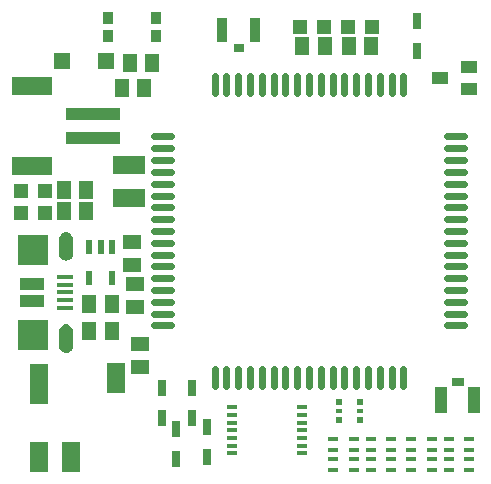
<source format=gbr>
G04 EAGLE Gerber RS-274X export*
G75*
%MOMM*%
%FSLAX34Y34*%
%LPD*%
%INSolderpaste Top*%
%IPPOS*%
%AMOC8*
5,1,8,0,0,1.08239X$1,22.5*%
G01*
%ADD10R,0.550000X1.200000*%
%ADD11R,1.200000X1.200000*%
%ADD12R,1.300000X1.500000*%
%ADD13R,4.600000X1.000000*%
%ADD14R,3.400000X1.600000*%
%ADD15R,1.500000X1.300000*%
%ADD16R,1.350000X0.400000*%
%ADD17R,2.000000X1.000000*%
%ADD18R,2.500000X2.500000*%
%ADD19R,0.900000X1.000000*%
%ADD20R,1.400000X1.400000*%
%ADD21R,2.700000X1.600000*%
%ADD22R,0.500000X0.500000*%
%ADD23R,0.500000X0.400000*%
%ADD24R,0.800000X1.350000*%
%ADD25R,1.400000X1.000000*%
%ADD26R,0.900000X0.350000*%
%ADD27R,1.500000X2.500000*%
%ADD28R,1.500000X3.400000*%
%ADD29R,0.965200X0.762000*%
%ADD30R,0.812800X2.133600*%
%ADD31C,0.600000*%
%ADD32R,1.050000X2.200000*%
%ADD33R,1.000000X0.800000*%
%ADD34R,0.900000X0.450000*%

G36*
X52278Y227533D02*
X52278Y227533D01*
X53552Y227733D01*
X53599Y227750D01*
X53689Y227771D01*
X54885Y228249D01*
X54928Y228276D01*
X55011Y228316D01*
X56071Y229048D01*
X56107Y229084D01*
X56178Y229142D01*
X57049Y230092D01*
X57076Y230134D01*
X57133Y230207D01*
X57770Y231327D01*
X57787Y231374D01*
X57826Y231457D01*
X58199Y232691D01*
X58204Y232741D01*
X58224Y232831D01*
X58313Y234116D01*
X58311Y234136D01*
X58314Y234160D01*
X58314Y245160D01*
X58312Y245175D01*
X58313Y245195D01*
X58252Y246321D01*
X58241Y246368D01*
X58233Y246444D01*
X57952Y247537D01*
X57932Y247581D01*
X57910Y247654D01*
X57422Y248671D01*
X57394Y248710D01*
X57357Y248777D01*
X56680Y249680D01*
X56645Y249713D01*
X56596Y249771D01*
X55756Y250524D01*
X55715Y250550D01*
X55655Y250598D01*
X54684Y251172D01*
X54639Y251189D01*
X54572Y251225D01*
X53507Y251599D01*
X53460Y251607D01*
X53387Y251629D01*
X52270Y251788D01*
X52242Y251787D01*
X52090Y251788D01*
X50974Y251629D01*
X50928Y251614D01*
X50853Y251599D01*
X49788Y251225D01*
X49746Y251201D01*
X49676Y251172D01*
X48705Y250598D01*
X48668Y250566D01*
X48604Y250524D01*
X47764Y249771D01*
X47735Y249734D01*
X47680Y249680D01*
X47003Y248777D01*
X46981Y248734D01*
X46938Y248671D01*
X46450Y247654D01*
X46437Y247607D01*
X46408Y247537D01*
X46127Y246444D01*
X46124Y246396D01*
X46108Y246321D01*
X46047Y245195D01*
X46049Y245179D01*
X46046Y245160D01*
X46046Y234160D01*
X46049Y234145D01*
X46047Y234125D01*
X46108Y232999D01*
X46120Y232952D01*
X46127Y232876D01*
X46408Y231783D01*
X46428Y231739D01*
X46450Y231666D01*
X46938Y230649D01*
X46967Y230610D01*
X47003Y230543D01*
X47680Y229640D01*
X47715Y229607D01*
X47764Y229549D01*
X48604Y228796D01*
X48645Y228770D01*
X48705Y228722D01*
X49676Y228148D01*
X49721Y228131D01*
X49788Y228095D01*
X50853Y227721D01*
X50900Y227713D01*
X50974Y227691D01*
X52090Y227532D01*
X52091Y227532D01*
X52278Y227533D01*
G37*
G36*
X52278Y149533D02*
X52278Y149533D01*
X53552Y149733D01*
X53599Y149750D01*
X53689Y149771D01*
X54885Y150249D01*
X54928Y150276D01*
X55011Y150316D01*
X56071Y151048D01*
X56107Y151084D01*
X56178Y151142D01*
X57049Y152092D01*
X57076Y152134D01*
X57133Y152207D01*
X57770Y153327D01*
X57787Y153374D01*
X57826Y153457D01*
X58199Y154691D01*
X58204Y154741D01*
X58224Y154831D01*
X58313Y156116D01*
X58311Y156136D01*
X58314Y156160D01*
X58314Y167160D01*
X58312Y167175D01*
X58313Y167195D01*
X58252Y168321D01*
X58241Y168368D01*
X58233Y168444D01*
X57952Y169537D01*
X57932Y169581D01*
X57910Y169654D01*
X57422Y170671D01*
X57394Y170710D01*
X57357Y170777D01*
X56680Y171680D01*
X56645Y171713D01*
X56596Y171771D01*
X55756Y172524D01*
X55715Y172550D01*
X55655Y172598D01*
X54684Y173172D01*
X54639Y173189D01*
X54572Y173225D01*
X53507Y173599D01*
X53460Y173607D01*
X53387Y173629D01*
X52270Y173788D01*
X52242Y173787D01*
X52090Y173788D01*
X50974Y173629D01*
X50928Y173614D01*
X50853Y173599D01*
X49788Y173225D01*
X49746Y173201D01*
X49676Y173172D01*
X48705Y172598D01*
X48668Y172566D01*
X48604Y172524D01*
X47764Y171771D01*
X47735Y171734D01*
X47680Y171680D01*
X47003Y170777D01*
X46981Y170734D01*
X46938Y170671D01*
X46450Y169654D01*
X46437Y169607D01*
X46408Y169537D01*
X46127Y168444D01*
X46124Y168396D01*
X46108Y168321D01*
X46047Y167195D01*
X46049Y167179D01*
X46046Y167160D01*
X46046Y156160D01*
X46049Y156145D01*
X46047Y156125D01*
X46108Y154999D01*
X46120Y154952D01*
X46127Y154876D01*
X46408Y153783D01*
X46428Y153739D01*
X46450Y153666D01*
X46938Y152649D01*
X46967Y152610D01*
X47003Y152543D01*
X47680Y151640D01*
X47715Y151607D01*
X47764Y151549D01*
X48604Y150796D01*
X48645Y150770D01*
X48705Y150722D01*
X49676Y150148D01*
X49721Y150131D01*
X49788Y150095D01*
X50853Y149721D01*
X50900Y149713D01*
X50974Y149691D01*
X52090Y149532D01*
X52091Y149532D01*
X52278Y149533D01*
G37*
D10*
X90780Y239061D03*
X81280Y239061D03*
X71780Y239061D03*
X71780Y213059D03*
X90780Y213059D03*
D11*
X34640Y268080D03*
X13640Y268080D03*
X13690Y286560D03*
X34690Y286560D03*
D12*
X50190Y269240D03*
X69190Y269240D03*
X50350Y287020D03*
X69350Y287020D03*
D13*
X75100Y331630D03*
X75100Y351630D03*
D14*
X23100Y307630D03*
X23100Y375630D03*
D12*
X71780Y190500D03*
X90780Y190500D03*
D15*
X110490Y207620D03*
X110490Y188620D03*
D16*
X50930Y213660D03*
X50930Y207160D03*
X50930Y200660D03*
X50930Y194160D03*
X50930Y187660D03*
D17*
X23180Y208160D03*
X23180Y193160D03*
D18*
X24180Y236660D03*
X24180Y164660D03*
D19*
X128450Y433450D03*
X128450Y417450D03*
X87450Y417450D03*
X87450Y433450D03*
D20*
X85810Y396240D03*
X48810Y396240D03*
D12*
X105910Y395120D03*
X124910Y395120D03*
X99250Y374170D03*
X118250Y374170D03*
D21*
X105410Y308640D03*
X105410Y280640D03*
D22*
X283100Y107830D03*
D23*
X283100Y100330D03*
D22*
X283100Y92830D03*
X301100Y92830D03*
D23*
X301100Y100330D03*
D22*
X301100Y107830D03*
D12*
X90780Y167640D03*
X71780Y167640D03*
D11*
X311490Y425450D03*
X290490Y425450D03*
X270850Y425450D03*
X249850Y425450D03*
D12*
X291490Y408940D03*
X310490Y408940D03*
X252120Y408940D03*
X271120Y408940D03*
D24*
X349250Y430530D03*
X349250Y405130D03*
D25*
X369000Y382270D03*
X393000Y391770D03*
X393000Y372770D03*
D24*
X144780Y59690D03*
X144780Y85090D03*
X171450Y60960D03*
X171450Y86360D03*
X133350Y93980D03*
X133350Y119380D03*
D26*
X251500Y64320D03*
X251500Y70820D03*
X251500Y77320D03*
X251500Y83820D03*
X251500Y90320D03*
X251500Y96820D03*
X251500Y103320D03*
X193000Y103320D03*
X193000Y96820D03*
X193000Y90320D03*
X193000Y83820D03*
X193000Y77320D03*
X193000Y70820D03*
X193000Y64320D03*
D27*
X29270Y60980D03*
X94270Y127980D03*
X56270Y60980D03*
D28*
X29270Y122980D03*
D15*
X114300Y137820D03*
X114300Y156820D03*
D29*
X198120Y407416D03*
D30*
X212074Y422656D03*
X184166Y422656D03*
D31*
X140810Y332730D02*
X126810Y332730D01*
X126810Y322730D02*
X140810Y322730D01*
X140810Y312730D02*
X126810Y312730D01*
X126810Y302730D02*
X140810Y302730D01*
X140810Y292730D02*
X126810Y292730D01*
X126810Y282730D02*
X140810Y282730D01*
X140810Y272730D02*
X126810Y272730D01*
X126810Y262730D02*
X140810Y262730D01*
X140810Y252730D02*
X126810Y252730D01*
X126810Y242730D02*
X140810Y242730D01*
X140810Y232730D02*
X126810Y232730D01*
X126810Y222730D02*
X140810Y222730D01*
X140810Y212730D02*
X126810Y212730D01*
X126810Y202730D02*
X140810Y202730D01*
X140810Y192730D02*
X126810Y192730D01*
X126810Y182730D02*
X140810Y182730D01*
X140810Y172730D02*
X126810Y172730D01*
X177810Y135730D02*
X177810Y121730D01*
X187810Y121730D02*
X187810Y135730D01*
X197810Y135730D02*
X197810Y121730D01*
X207810Y121730D02*
X207810Y135730D01*
X217810Y135730D02*
X217810Y121730D01*
X227810Y121730D02*
X227810Y135730D01*
X237810Y135730D02*
X237810Y121730D01*
X247810Y121730D02*
X247810Y135730D01*
X257810Y135730D02*
X257810Y121730D01*
X267810Y121730D02*
X267810Y135730D01*
X277810Y135730D02*
X277810Y121730D01*
X287810Y121730D02*
X287810Y135730D01*
X297810Y135730D02*
X297810Y121730D01*
X307810Y121730D02*
X307810Y135730D01*
X317810Y135730D02*
X317810Y121730D01*
X327810Y121730D02*
X327810Y135730D01*
X337810Y135730D02*
X337810Y121730D01*
X374810Y172730D02*
X388810Y172730D01*
X388810Y182730D02*
X374810Y182730D01*
X374810Y192730D02*
X388810Y192730D01*
X388810Y202730D02*
X374810Y202730D01*
X374810Y212730D02*
X388810Y212730D01*
X388810Y222730D02*
X374810Y222730D01*
X374810Y232730D02*
X388810Y232730D01*
X388810Y242730D02*
X374810Y242730D01*
X374810Y252730D02*
X388810Y252730D01*
X388810Y262730D02*
X374810Y262730D01*
X374810Y272730D02*
X388810Y272730D01*
X388810Y282730D02*
X374810Y282730D01*
X374810Y292730D02*
X388810Y292730D01*
X388810Y302730D02*
X374810Y302730D01*
X374810Y312730D02*
X388810Y312730D01*
X388810Y322730D02*
X374810Y322730D01*
X374810Y332730D02*
X388810Y332730D01*
X337810Y369730D02*
X337810Y383730D01*
X327810Y383730D02*
X327810Y369730D01*
X317810Y369730D02*
X317810Y383730D01*
X307810Y383730D02*
X307810Y369730D01*
X297810Y369730D02*
X297810Y383730D01*
X287810Y383730D02*
X287810Y369730D01*
X277810Y369730D02*
X277810Y383730D01*
X267810Y383730D02*
X267810Y369730D01*
X257810Y369730D02*
X257810Y383730D01*
X247810Y383730D02*
X247810Y369730D01*
X237810Y369730D02*
X237810Y383730D01*
X227810Y383730D02*
X227810Y369730D01*
X217810Y369730D02*
X217810Y383730D01*
X207810Y383730D02*
X207810Y369730D01*
X197810Y369730D02*
X197810Y383730D01*
X187810Y383730D02*
X187810Y369730D01*
X177810Y369730D02*
X177810Y383730D01*
D32*
X369790Y109220D03*
X397290Y109220D03*
D33*
X383540Y124470D03*
D24*
X158750Y93980D03*
X158750Y119380D03*
D34*
X327270Y76500D03*
X310270Y76500D03*
X327270Y67500D03*
X327270Y59500D03*
X327270Y50500D03*
X310270Y50500D03*
X310270Y67500D03*
X310270Y59500D03*
X295520Y76500D03*
X278520Y76500D03*
X295520Y67500D03*
X295520Y59500D03*
X295520Y50500D03*
X278520Y50500D03*
X278520Y67500D03*
X278520Y59500D03*
X344560Y50500D03*
X361560Y50500D03*
X344560Y59500D03*
X344560Y67500D03*
X344560Y76500D03*
X361560Y76500D03*
X361560Y59500D03*
X361560Y67500D03*
X376310Y50500D03*
X393310Y50500D03*
X376310Y59500D03*
X376310Y67500D03*
X376310Y76500D03*
X393310Y76500D03*
X393310Y59500D03*
X393310Y67500D03*
D15*
X107950Y224180D03*
X107950Y243180D03*
M02*

</source>
